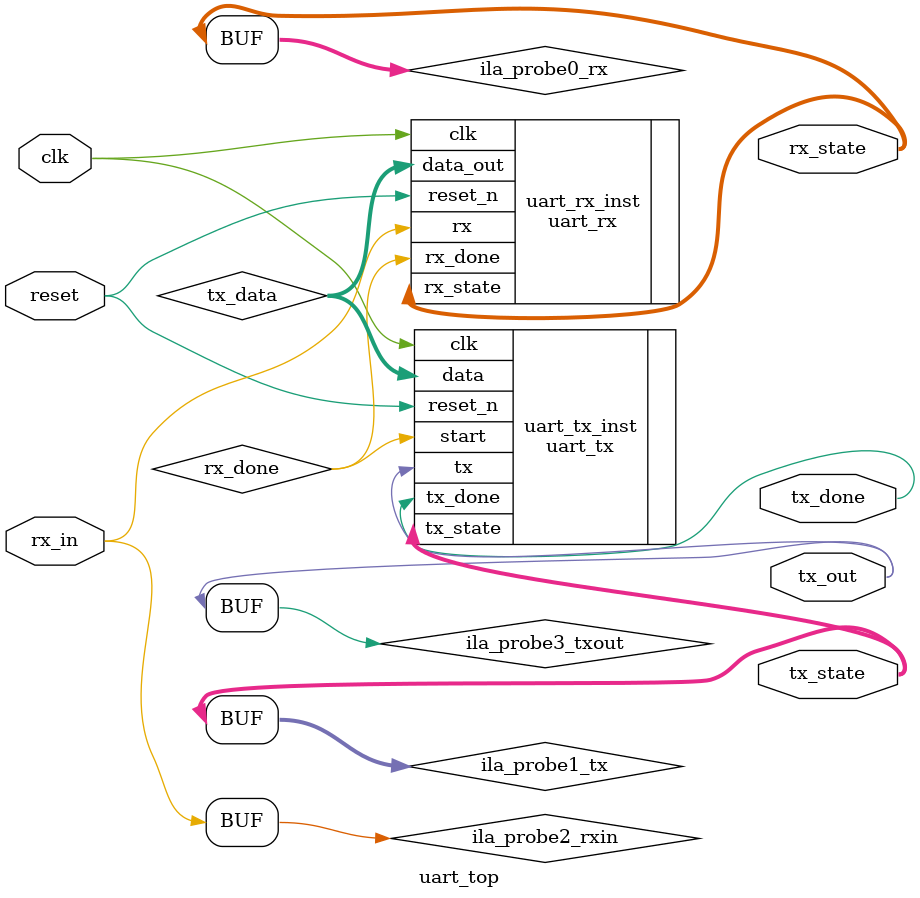
<source format=v>
module uart_top(
    input clk,
    input reset,
    
    input rx_in,
    
    output tx_out,
    output tx_done,
    output [2:0] rx_state,
    output [2:0] tx_state

    );
    
    
    wire [2:0] ila_probe0_rx;
    wire [2:0] ila_probe1_tx;
    wire ila_probe2_rxin;
    wire ila_probe3_txout;
    
    assign ila_probe2_rxin = rx_in;
    assign ila_probe3_txout = tx_out;   
    assign ila_probe0_rx = rx_state;   
    assign ila_probe1_tx = tx_state;   
       

/*    ila_0 ila_0_inst
    (
    .clk(clk),
    .probe0(ila_probe0_rx),
    .probe1(ila_probe1_tx),
    .probe2(ila_probe2_rxin),
    .probe3(ila_probe3_txout)
    );*/

    
    
    wire tx_start;
    wire rx_done;
    wire [7:0] tx_data;
    wire [7:0] rx_data_out;

uart_tx uart_tx_inst (
    .clk(clk),
    .data(tx_data),
    .start(rx_done),
    .reset_n(reset),
    .tx(tx_out),
    .tx_state(tx_state),
    .tx_done(tx_done)
);	 


uart_rx uart_rx_inst (
    .clk(clk),
    .reset_n(reset),
    .rx(rx_in),
    .rx_done(rx_done),
    .rx_state(rx_state),
    .data_out(tx_data)
);  

    
endmodule

</source>
